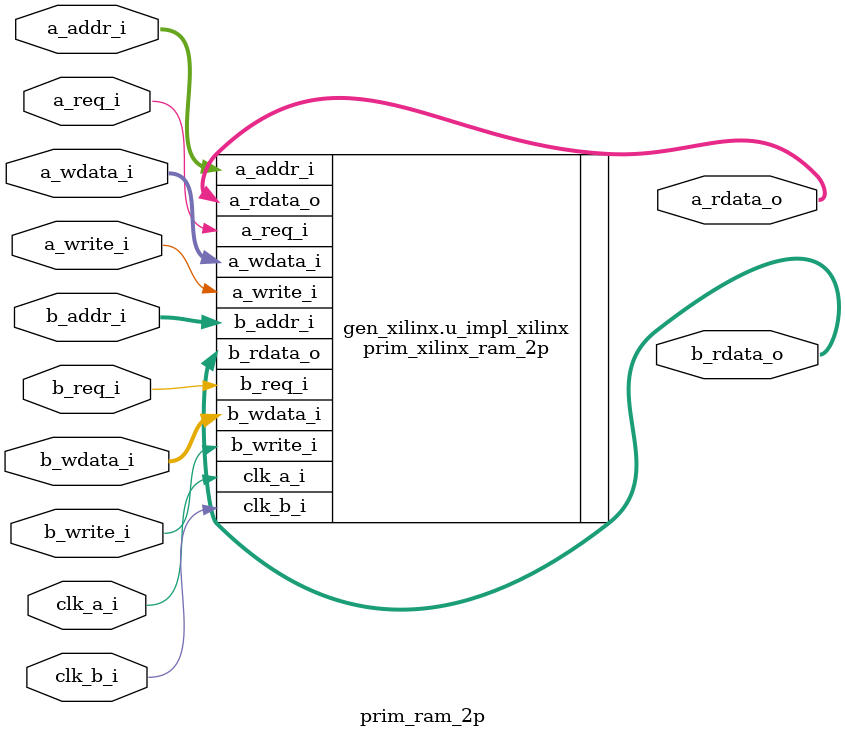
<source format=v>
module prim_ram_2p (
	clk_a_i,
	clk_b_i,
	a_req_i,
	a_write_i,
	a_addr_i,
	a_wdata_i,
	a_rdata_o,
	b_req_i,
	b_write_i,
	b_addr_i,
	b_wdata_i,
	b_rdata_o
);
	localparam prim_pkg_ImplXilinx = 1;
	parameter signed [31:0] Width = 32;
	parameter signed [31:0] Depth = 128;
	localparam signed [31:0] Aw = $clog2(Depth);
	input clk_a_i;
	input clk_b_i;
	input a_req_i;
	input a_write_i;
	input [Aw - 1:0] a_addr_i;
	input [Width - 1:0] a_wdata_i;
	output wire [Width - 1:0] a_rdata_o;
	input b_req_i;
	input b_write_i;
	input [Aw - 1:0] b_addr_i;
	input [Width - 1:0] b_wdata_i;
	output wire [Width - 1:0] b_rdata_o;
	parameter integer Impl = prim_pkg_ImplXilinx;
	generate
		if (Impl == prim_pkg_ImplXilinx) begin : gen_xilinx
			prim_xilinx_ram_2p #(
				.Width(Width),
				.Depth(Depth)
			) u_impl_xilinx(
                                .clk_a_i(clk_a_i),
                                .clk_b_i(clk_b_i),
                                .a_req_i(a_req_i),
                                .a_write_i(a_write_i),
                                .a_addr_i(a_addr_i),
                                .a_wdata_i(a_wdata_i),
                                .a_rdata_o(a_rdata_o),
                                .b_req_i(b_req_i),
                                .b_write_i(b_write_i),
                                .b_addr_i(b_addr_i),
                                .b_wdata_i(b_wdata_i),
                                .b_rdata_o(b_rdata_o)
                        );
		end
		else begin : gen_generic
			prim_generic_ram_2p #(
				.Width(Width),
				.Depth(Depth)
			) u_impl_generic(
                                .clk_a_i(clk_a_i),
                                .clk_b_i(clk_b_i),
                                .a_req_i(a_req_i),
                                .a_write_i(a_write_i),
                                .a_addr_i(a_addr_i),
                                .a_wdata_i(a_wdata_i),
                                .a_rdata_o(a_rdata_o),
                                .b_req_i(b_req_i),
                                .b_write_i(b_write_i),
                                .b_addr_i(b_addr_i),
                                .b_wdata_i(b_wdata_i),
                                .b_rdata_o(b_rdata_o)
                        );
		end
	endgenerate
endmodule

</source>
